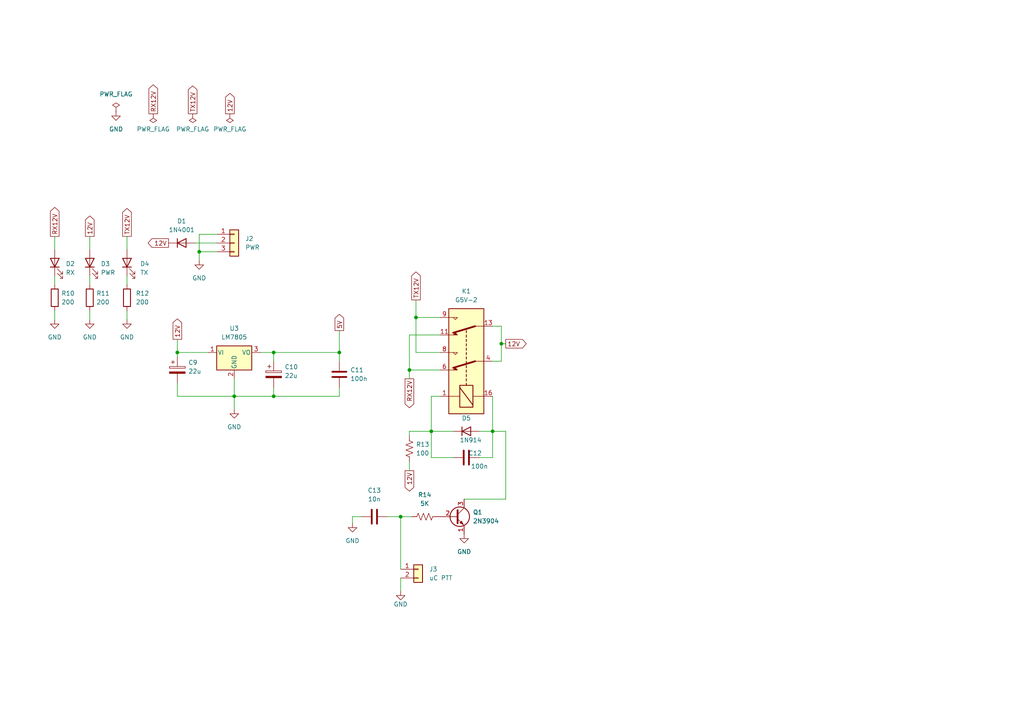
<source format=kicad_sch>
(kicad_sch (version 20211123) (generator eeschema)
  (paper "A4")
  (lib_symbols
    (symbol "Connector_Generic:Conn_01x02" (pin_names (offset 1.016) hide)
      (property "Reference" "J" (at 0 2.54 0))
      (property "Value" "Conn_01x02" (at 0 -5.08 0))
      (symbol "Conn_01x02_1_1"
        (rectangle (start -1.27 -2.413) (end 0 -2.667) (stroke (width 0.1524)))
        (rectangle (start -1.27 0.127) (end 0 -0.127) (stroke (width 0.1524)))
        (rectangle (start -1.27 1.27) (end 1.27 -3.81) (stroke (width 0.254)) (fill (type background)))
        (pin passive line (at -5.08 0 0) (length 3.81) (name "Pin_1") (number "1"))
        (pin passive line (at -5.08 -2.54 0) (length 3.81) (name "Pin_2") (number "2"))
      )
    )
    (symbol "Connector_Generic:Conn_01x03" (pin_names (offset 1.016) hide)
      (property "Reference" "J" (at 0 5.08 0))
      (property "Value" "Conn_01x03" (at 0 -5.08 0))
      (symbol "Conn_01x03_1_1"
        (rectangle (start -1.27 -2.413) (end 0 -2.667) (stroke (width 0.1524)))
        (rectangle (start -1.27 0.127) (end 0 -0.127) (stroke (width 0.1524)))
        (rectangle (start -1.27 2.667) (end 0 2.413) (stroke (width 0.1524)))
        (rectangle (start -1.27 3.81) (end 1.27 -3.81) (stroke (width 0.254)) (fill (type background)))
        (pin passive line (at -5.08 2.54 0) (length 3.81) (name "Pin_1") (number "1"))
        (pin passive line (at -5.08 0 0) (length 3.81) (name "Pin_2") (number "2"))
        (pin passive line (at -5.08 -2.54 0) (length 3.81) (name "Pin_3") (number "3"))
      )
    )
    (symbol "Device:C" (pin_numbers hide) (pin_names (offset 0.254))
      (property "Reference" "C" (at 0.635 2.54 0))
      (property "Value" "C" (at 0.635 -2.54 0))
      (symbol "C_0_1"
        (polyline (pts (xy -2.032 -0.762) (xy 2.032 -0.762)) (stroke (width 0.508)))
        (polyline (pts (xy -2.032 0.762) (xy 2.032 0.762)) (stroke (width 0.508)))
      )
      (symbol "C_1_1"
        (pin passive line (at 0 3.81 270) (length 2.794) (name "~") (number "1"))
        (pin passive line (at 0 -3.81 90) (length 2.794) (name "~") (number "2"))
      )
    )
    (symbol "Device:C_Polarized" (pin_numbers hide) (pin_names (offset 0.254))
      (property "Reference" "C" (at 0.635 2.54 0))
      (property "Value" "C_Polarized" (at 0.635 -2.54 0))
      (symbol "C_Polarized_0_1"
        (rectangle (start -2.286 0.508) (end 2.286 1.016))
        (polyline (pts (xy -1.778 2.286) (xy -0.762 2.286)))
        (polyline (pts (xy -1.27 2.794) (xy -1.27 1.778)))
        (rectangle (start 2.286 -0.508) (end -2.286 -1.016) (fill (type outline)))
      )
      (symbol "C_Polarized_1_1"
        (pin passive line (at 0 3.81 270) (length 2.794) (name "~") (number "1"))
        (pin passive line (at 0 -3.81 90) (length 2.794) (name "~") (number "2"))
      )
    )
    (symbol "Device:LED" (pin_numbers hide) (pin_names (offset 1.016) hide)
      (property "Reference" "D" (at 0 2.54 0))
      (property "Value" "LED" (at 0 -2.54 0))
      (symbol "LED_0_1"
        (polyline (pts (xy -1.27 -1.27) (xy -1.27 1.27)) (stroke (width 0.254)))
        (polyline (pts (xy -1.27 0) (xy 1.27 0)))
        (polyline (pts (xy 1.27 -1.27) (xy 1.27 1.27) (xy -1.27 0) (xy 1.27 -1.27)) (stroke (width 0.254)))
        (polyline (pts (xy -3.048 -0.762) (xy -4.572 -2.286) (xy -3.81 -2.286) (xy -4.572 -2.286) (xy -4.572 -1.524)))
        (polyline (pts (xy -1.778 -0.762) (xy -3.302 -2.286) (xy -2.54 -2.286) (xy -3.302 -2.286) (xy -3.302 -1.524)))
      )
      (symbol "LED_1_1"
        (pin passive line (at -3.81 0 0) (length 2.54) (name "K") (number "1"))
        (pin passive line (at 3.81 0 180) (length 2.54) (name "A") (number "2"))
      )
    )
    (symbol "Device:R" (pin_numbers hide) (pin_names (offset 0))
      (property "Reference" "R" (at 2.032 0 90))
      (property "Value" "R" (at 0 0 90))
      (symbol "R_0_1"
        (rectangle (start -1.016 -2.54) (end 1.016 2.54) (stroke (width 0.254)))
      )
      (symbol "R_1_1"
        (pin passive line (at 0 3.81 270) (length 1.27) (name "~") (number "1"))
        (pin passive line (at 0 -3.81 90) (length 1.27) (name "~") (number "2"))
      )
    )
    (symbol "Device:R_US" (pin_numbers hide) (pin_names (offset 0))
      (property "Reference" "R" (at 2.54 0 90))
      (property "Value" "R_US" (at -2.54 0 90))
      (symbol "R_US_0_1"
        (polyline (pts (xy 0 -2.286) (xy 0 -2.54)))
        (polyline (pts (xy 0 2.286) (xy 0 2.54)))
        (polyline (pts (xy 0 -0.762) (xy 1.016 -1.143) (xy 0 -1.524) (xy -1.016 -1.905) (xy 0 -2.286)))
        (polyline (pts (xy 0 0.762) (xy 1.016 0.381) (xy 0 0) (xy -1.016 -0.381) (xy 0 -0.762)))
        (polyline (pts (xy 0 2.286) (xy 1.016 1.905) (xy 0 1.524) (xy -1.016 1.143) (xy 0 0.762)))
      )
      (symbol "R_US_1_1"
        (pin passive line (at 0 3.81 270) (length 1.27) (name "~") (number "1"))
        (pin passive line (at 0 -3.81 90) (length 1.27) (name "~") (number "2"))
      )
    )
    (symbol "Diode:1N4001" (pin_numbers hide) (pin_names (offset 1.016) hide)
      (property "Reference" "D" (at 0 2.54 0))
      (property "Value" "1N4001" (at 0 -2.54 0))
      (symbol "1N4001_0_1"
        (polyline (pts (xy -1.27 1.27) (xy -1.27 -1.27)) (stroke (width 0.254)))
        (polyline (pts (xy 1.27 0) (xy -1.27 0)))
        (polyline (pts (xy 1.27 1.27) (xy 1.27 -1.27) (xy -1.27 0) (xy 1.27 1.27)) (stroke (width 0.254)))
      )
      (symbol "1N4001_1_1"
        (pin passive line (at -3.81 0 0) (length 2.54) (name "K") (number "1"))
        (pin passive line (at 3.81 0 180) (length 2.54) (name "A") (number "2"))
      )
    )
    (symbol "Diode:1N914" (pin_numbers hide) (pin_names (offset 1.016) hide)
      (property "Reference" "D" (at 0 2.54 0))
      (property "Value" "1N914" (at 0 -2.54 0))
      (symbol "1N914_0_1"
        (polyline (pts (xy -1.27 1.27) (xy -1.27 -1.27)) (stroke (width 0.254)))
        (polyline (pts (xy 1.27 0) (xy -1.27 0)))
        (polyline (pts (xy 1.27 1.27) (xy 1.27 -1.27) (xy -1.27 0) (xy 1.27 1.27)) (stroke (width 0.254)))
      )
      (symbol "1N914_1_1"
        (pin passive line (at -3.81 0 0) (length 2.54) (name "K") (number "1"))
        (pin passive line (at 3.81 0 180) (length 2.54) (name "A") (number "2"))
      )
    )
    (symbol "Regulator_Linear:LM7805_TO220" (pin_names (offset 0.254))
      (property "Reference" "U" (at -3.81 3.175 0))
      (property "Value" "LM7805_TO220" (at 0 3.175 0))
      (symbol "LM7805_TO220_0_1"
        (rectangle (start -5.08 1.905) (end 5.08 -5.08) (stroke (width 0.254)) (fill (type background)))
      )
      (symbol "LM7805_TO220_1_1"
        (pin power_in line (at -7.62 0 0) (length 2.54) (name "VI") (number "1"))
        (pin power_in line (at 0 -7.62 90) (length 2.54) (name "GND") (number "2"))
        (pin power_out line (at 7.62 0 180) (length 2.54) (name "VO") (number "3"))
      )
    )
    (symbol "Relay:G5V-2"
      (property "Reference" "K" (at 16.51 3.81 0))
      (property "Value" "G5V-2" (at 16.51 1.27 0))
      (symbol "G5V-2_0_1"
        (rectangle (start -15.24 5.08) (end 15.24 -5.08) (stroke (width 0.254)) (fill (type background)))
        (rectangle (start -13.335 1.905) (end -6.985 -1.905) (stroke (width 0.254)))
        (polyline (pts (xy -12.7 -1.905) (xy -7.62 1.905)) (stroke (width 0.254)))
        (polyline (pts (xy -10.16 -5.08) (xy -10.16 -1.905)))
        (polyline (pts (xy -10.16 5.08) (xy -10.16 1.905)))
        (polyline (pts (xy -6.985 0) (xy -6.35 0)) (stroke (width 0.254)))
        (polyline (pts (xy -5.715 0) (xy -5.08 0)) (stroke (width 0.254)))
        (polyline (pts (xy -4.445 0) (xy -3.81 0)) (stroke (width 0.254)))
        (polyline (pts (xy -3.175 0) (xy -2.54 0)) (stroke (width 0.254)))
        (polyline (pts (xy -1.905 0) (xy -1.27 0)) (stroke (width 0.254)))
        (polyline (pts (xy -0.635 0) (xy 0 0)) (stroke (width 0.254)))
        (polyline (pts (xy 0 -2.54) (xy -1.905 3.81)) (stroke (width 0.508)))
        (polyline (pts (xy 0 -2.54) (xy 0 -5.08)))
        (polyline (pts (xy 0.635 0) (xy 1.27 0)) (stroke (width 0.254)))
        (polyline (pts (xy 1.905 0) (xy 2.54 0)) (stroke (width 0.254)))
        (polyline (pts (xy 3.175 0) (xy 3.81 0)) (stroke (width 0.254)))
        (polyline (pts (xy 4.445 0) (xy 5.08 0)) (stroke (width 0.254)))
        (polyline (pts (xy 5.715 0) (xy 6.35 0)) (stroke (width 0.254)))
        (polyline (pts (xy 6.985 0) (xy 7.62 0)) (stroke (width 0.254)))
        (polyline (pts (xy 8.255 0) (xy 8.89 0)) (stroke (width 0.254)))
        (polyline (pts (xy 10.16 -2.54) (xy 8.255 3.81)) (stroke (width 0.508)))
        (polyline (pts (xy 10.16 -2.54) (xy 10.16 -5.08)))
        (polyline (pts (xy -2.54 5.08) (xy -2.54 2.54) (xy -1.905 3.175) (xy -2.54 3.81)) (fill (type outline)))
        (polyline (pts (xy 2.54 5.08) (xy 2.54 2.54) (xy 1.905 3.175) (xy 2.54 3.81)))
        (polyline (pts (xy 7.62 5.08) (xy 7.62 2.54) (xy 8.255 3.175) (xy 7.62 3.81)) (fill (type outline)))
        (polyline (pts (xy 12.7 5.08) (xy 12.7 2.54) (xy 12.065 3.175) (xy 12.7 3.81)))
      )
      (symbol "G5V-2_1_1"
        (pin passive line (at -10.16 7.62 270) (length 2.54) (name "~") (number "1"))
        (pin passive line (at 7.62 7.62 270) (length 2.54) (name "~") (number "11"))
        (pin passive line (at 10.16 -7.62 90) (length 2.54) (name "~") (number "13"))
        (pin passive line (at -10.16 -7.62 90) (length 2.54) (name "~") (number "16"))
        (pin passive line (at 0 -7.62 90) (length 2.54) (name "~") (number "4"))
        (pin passive line (at -2.54 7.62 270) (length 2.54) (name "~") (number "6"))
        (pin passive line (at 2.54 7.62 270) (length 2.54) (name "~") (number "8"))
        (pin passive line (at 12.7 7.62 270) (length 2.54) (name "~") (number "9"))
      )
    )
    (symbol "Transistor_BJT:2N3904" (pin_names (offset 0) hide)
      (property "Reference" "Q" (at 5.08 1.905 0))
      (property "Value" "2N3904" (at 5.08 0 0))
      (symbol "2N3904_0_1"
        (polyline (pts (xy 0.635 0.635) (xy 2.54 2.54)))
        (polyline (pts (xy 0.635 -0.635) (xy 2.54 -2.54) (xy 2.54 -2.54)))
        (polyline (pts (xy 0.635 1.905) (xy 0.635 -1.905) (xy 0.635 -1.905)) (stroke (width 0.508)))
        (polyline (pts (xy 1.27 -1.778) (xy 1.778 -1.27) (xy 2.286 -2.286) (xy 1.27 -1.778) (xy 1.27 -1.778)) (fill (type outline)))
        (circle (center 1.27 0) (radius 2.8194) (stroke (width 0.254)))
      )
      (symbol "2N3904_1_1"
        (pin passive line (at 2.54 -5.08 90) (length 2.54) (name "E") (number "1"))
        (pin passive line (at -5.08 0 0) (length 5.715) (name "B") (number "2"))
        (pin passive line (at 2.54 5.08 270) (length 2.54) (name "C") (number "3"))
      )
    )
    (symbol "power:GND" (power) (pin_names (offset 0))
      (property "Value" "GND" (at 0 -3.81 0))
      (symbol "GND_0_1"
        (polyline (pts (xy 0 0) (xy 0 -1.27) (xy 1.27 -1.27) (xy 0 -2.54) (xy -1.27 -1.27) (xy 0 -1.27)))
      )
      (symbol "GND_1_1"
        (pin power_in line (at 0 0 270) (length 0) hide (name "GND") (number "1"))
      )
    )
    (symbol "power:PWR_FLAG" (power) (pin_numbers hide) (pin_names (offset 0) hide)
      (property "Value" "PWR_FLAG" (at 0 3.81 0))
      (symbol "PWR_FLAG_0_0"
        (pin power_out line (at 0 0 90) (length 0) (name "pwr") (number "1"))
      )
      (symbol "PWR_FLAG_0_1"
        (polyline (pts (xy 0 0) (xy 0 1.27) (xy -1.016 1.905) (xy 0 2.54) (xy 1.016 1.905) (xy 0 1.27)))
      )
    )
  )
  (junction (at 125.095 125.095))
  (junction (at 142.875 125.095))
  (junction (at 79.375 102.235))
  (junction (at 67.945 114.935))
  (junction (at 145.415 99.695))
  (junction (at 57.785 73.025))
  (junction (at 120.65 92.075))
  (junction (at 116.205 149.86))
  (junction (at 51.435 102.235))
  (junction (at 98.425 102.235))
  (junction (at 79.375 114.935))
  (junction (at 118.745 107.315))
  (wire (pts (xy 119.38 149.86) (xy 116.205 149.86)))
  (wire (pts (xy 67.945 114.935) (xy 67.945 109.855)))
  (wire (pts (xy 112.395 149.86) (xy 116.205 149.86)))
  (wire (pts (xy 62.865 67.945) (xy 57.785 67.945)))
  (wire (pts (xy 118.745 125.095) (xy 118.745 126.365)))
  (wire (pts (xy 67.945 114.935) (xy 51.435 114.935)))
  (wire (pts (xy 36.83 90.17) (xy 36.83 92.71)))
  (wire (pts (xy 118.745 107.315) (xy 118.745 109.855)))
  (wire (pts (xy 125.095 132.715) (xy 131.445 132.715)))
  (wire (pts (xy 145.415 99.695) (xy 145.415 104.775)))
  (wire (pts (xy 118.745 133.985) (xy 118.745 136.525)))
  (wire (pts (xy 56.515 70.485) (xy 62.865 70.485)))
  (wire (pts (xy 51.435 102.235) (xy 51.435 103.505)))
  (wire (pts (xy 127.635 102.235) (xy 120.65 102.235)))
  (wire (pts (xy 98.425 114.935) (xy 79.375 114.935)))
  (wire (pts (xy 127.635 114.935) (xy 125.095 114.935)))
  (wire (pts (xy 15.875 80.01) (xy 15.875 82.55)))
  (wire (pts (xy 15.875 68.58) (xy 15.875 72.39)))
  (wire (pts (xy 146.685 125.095) (xy 146.685 144.78)))
  (wire (pts (xy 116.205 167.64) (xy 116.205 171.45)))
  (wire (pts (xy 125.095 125.095) (xy 118.745 125.095)))
  (wire (pts (xy 98.425 95.885) (xy 98.425 102.235)))
  (wire (pts (xy 118.745 97.155) (xy 118.745 107.315)))
  (wire (pts (xy 26.035 80.01) (xy 26.035 82.55)))
  (wire (pts (xy 120.65 92.075) (xy 120.65 86.995)))
  (wire (pts (xy 139.065 125.095) (xy 142.875 125.095)))
  (wire (pts (xy 79.375 102.235) (xy 79.375 104.775)))
  (wire (pts (xy 139.065 132.715) (xy 142.875 132.715)))
  (wire (pts (xy 127.635 97.155) (xy 118.745 97.155)))
  (wire (pts (xy 142.875 104.775) (xy 145.415 104.775)))
  (wire (pts (xy 120.65 92.075) (xy 127.635 92.075)))
  (wire (pts (xy 26.035 68.58) (xy 26.035 72.39)))
  (wire (pts (xy 79.375 114.935) (xy 67.945 114.935)))
  (wire (pts (xy 60.325 102.235) (xy 51.435 102.235)))
  (wire (pts (xy 15.875 90.17) (xy 15.875 92.71)))
  (wire (pts (xy 120.65 102.235) (xy 120.65 92.075)))
  (wire (pts (xy 51.435 111.125) (xy 51.435 114.935)))
  (wire (pts (xy 98.425 112.395) (xy 98.425 114.935)))
  (wire (pts (xy 142.875 125.095) (xy 142.875 132.715)))
  (wire (pts (xy 125.095 114.935) (xy 125.095 125.095)))
  (wire (pts (xy 145.415 94.615) (xy 145.415 99.695)))
  (wire (pts (xy 51.435 98.425) (xy 51.435 102.235)))
  (wire (pts (xy 142.875 125.095) (xy 146.685 125.095)))
  (wire (pts (xy 36.83 80.01) (xy 36.83 82.55)))
  (wire (pts (xy 125.095 125.095) (xy 131.445 125.095)))
  (wire (pts (xy 79.375 112.395) (xy 79.375 114.935)))
  (wire (pts (xy 104.775 149.86) (xy 102.235 149.86)))
  (wire (pts (xy 26.035 90.17) (xy 26.035 92.71)))
  (wire (pts (xy 146.685 99.695) (xy 145.415 99.695)))
  (wire (pts (xy 36.83 68.58) (xy 36.83 72.39)))
  (wire (pts (xy 142.875 94.615) (xy 145.415 94.615)))
  (wire (pts (xy 57.785 67.945) (xy 57.785 73.025)))
  (wire (pts (xy 116.205 149.86) (xy 116.205 165.1)))
  (wire (pts (xy 142.875 114.935) (xy 142.875 125.095)))
  (wire (pts (xy 127.635 107.315) (xy 118.745 107.315)))
  (wire (pts (xy 125.095 125.095) (xy 125.095 132.715)))
  (wire (pts (xy 146.685 144.78) (xy 134.62 144.78)))
  (wire (pts (xy 98.425 102.235) (xy 98.425 104.775)))
  (wire (pts (xy 79.375 102.235) (xy 98.425 102.235)))
  (wire (pts (xy 57.785 73.025) (xy 62.865 73.025)))
  (wire (pts (xy 102.235 149.86) (xy 102.235 151.765)))
  (wire (pts (xy 75.565 102.235) (xy 79.375 102.235)))
  (wire (pts (xy 67.945 114.935) (xy 67.945 118.745)))
  (wire (pts (xy 57.785 73.025) (xy 57.785 75.565)))
  (global_label "RX12V" (shape output) (at 118.745 109.855 270) (property "Intersheet References" "${INTERSHEET_REFS}" (effects hide)))
  (global_label "TX12V" (shape output) (at 120.65 86.995 90) (property "Intersheet References" "${INTERSHEET_REFS}" (effects hide)))
  (global_label "TX12V" (shape output) (at 36.83 68.58 90) (property "Intersheet References" "${INTERSHEET_REFS}" (effects hide)))
  (global_label "12V" (shape output) (at 146.685 99.695 0) (property "Intersheet References" "${INTERSHEET_REFS}" (effects hide)))
  (global_label "12V" (shape output) (at 48.895 70.485 180) (property "Intersheet References" "${INTERSHEET_REFS}" (effects hide)))
  (global_label "12V" (shape output) (at 26.035 68.58 90) (property "Intersheet References" "${INTERSHEET_REFS}" (effects hide)))
  (global_label "TX12V" (shape output) (at 55.88 33.02 90) (property "Intersheet References" "${INTERSHEET_REFS}" (effects hide)))
  (global_label "RX12V" (shape output) (at 15.875 68.58 90) (property "Intersheet References" "${INTERSHEET_REFS}" (effects hide)))
  (global_label "12V" (shape output) (at 51.435 98.425 90) (property "Intersheet References" "${INTERSHEET_REFS}" (effects hide)))
  (global_label "12V" (shape output) (at 66.675 33.02 90) (property "Intersheet References" "${INTERSHEET_REFS}" (effects hide)))
  (global_label "12V" (shape output) (at 118.745 136.525 270) (property "Intersheet References" "${INTERSHEET_REFS}" (effects hide)))
  (global_label "RX12V" (shape output) (at 44.45 33.02 90) (property "Intersheet References" "${INTERSHEET_REFS}" (effects hide)))
  (global_label "5V" (shape output) (at 98.425 95.885 90) (property "Intersheet References" "${INTERSHEET_REFS}" (effects hide)))
  (symbol (lib_id "Relay:G5V-2") (at 135.255 104.775 90) (unit 1)
    (property "Reference" "K1" (at 135.255 84.455 90))
    (property "Value" "G5V-2" (at 135.255 86.995 90))
    (property "Footprint" "Relay_THT:Relay_DPDT_Omron_G5V-2" (effects hide))
    (property "Datasheet" "http://omronfs.omron.com/en_US/ecb/products/pdf/en-g5v_2.pdf" (effects hide))
  )
  (symbol (lib_id "Device:LED") (at 26.035 76.2 90) (unit 1)
    (property "Reference" "D3" (at 29.21 76.5174 90) (effects (justify right)))
    (property "Value" "PWR" (at 29.21 79.0574 90) (effects (justify right)))
    (property "Footprint" "LED_THT:LED_D3.0mm" (effects hide))
  )
  (symbol (lib_id "power:GND") (at 15.875 92.71 0) (unit 1)
    (property "Reference" "#PWR010" (effects hide))
    (property "Value" "GND" (at 15.875 97.79 0))
  )
  (symbol (lib_id "power:PWR_FLAG") (at 33.655 32.385 0) (unit 1)
    (property "Reference" "#FLG02" (effects hide))
    (property "Value" "PWR_FLAG" (at 33.655 27.305 0))
  )
  (symbol (lib_id "Device:R_US") (at 118.745 130.175 0) (unit 1)
    (property "Reference" "R13" (at 120.65 128.9049 0) (effects (justify left)))
    (property "Value" "100" (at 120.65 131.4449 0) (effects (justify left)))
    (property "Footprint" "Resistor_SMD:R_1206_3216Metric" (effects hide))
  )
  (symbol (lib_id "power:GND") (at 57.785 75.565 0) (unit 1)
    (property "Reference" "#PWR09" (effects hide))
    (property "Value" "GND" (at 57.785 80.645 0))
  )
  (symbol (lib_id "Device:C") (at 135.255 132.715 90) (unit 1)
    (property "Reference" "C12" (at 137.795 131.445 90))
    (property "Value" "100n" (at 139.065 135.255 90))
    (property "Footprint" "Capacitor_SMD:C_1206_3216Metric" (effects hide))
  )
  (symbol (lib_id "Device:C_Polarized") (at 51.435 107.315 0) (unit 1)
    (property "Reference" "C9" (at 54.61 105.1559 0) (effects (justify left)))
    (property "Value" "22u" (at 54.61 107.6959 0) (effects (justify left)))
    (property "Footprint" "Capacitor_THT:CP_Radial_D8.0mm_P2.50mm" (effects hide))
  )
  (symbol (lib_id "power:GND") (at 102.235 151.765 0) (unit 1)
    (property "Reference" "#PWR014" (effects hide))
    (property "Value" "GND" (at 102.235 156.845 0))
  )
  (symbol (lib_id "Device:R") (at 36.83 86.36 0) (unit 1)
    (property "Reference" "R12" (at 39.37 85.0899 0) (effects (justify left)))
    (property "Value" "200" (at 39.37 87.6299 0) (effects (justify left)))
    (property "Footprint" "Resistor_SMD:R_1206_3216Metric" (effects hide))
  )
  (symbol (lib_id "power:GND") (at 33.655 32.385 0) (unit 1)
    (property "Reference" "#PWR08" (effects hide))
    (property "Value" "GND" (at 33.655 37.465 0))
  )
  (symbol (lib_id "power:GND") (at 116.205 171.45 0) (unit 1)
    (property "Reference" "#PWR016" (effects hide))
    (property "Value" "GND" (at 116.205 175.26 0))
  )
  (symbol (lib_id "power:PWR_FLAG") (at 55.88 33.02 180) (unit 1)
    (property "Reference" "#FLG04" (effects hide))
    (property "Value" "PWR_FLAG" (at 55.88 37.465 0))
  )
  (symbol (lib_id "Connector_Generic:Conn_01x02") (at 121.285 165.1 0) (unit 1)
    (property "Reference" "J3" (at 124.46 165.0999 0) (effects (justify left)))
    (property "Value" "uC PTT" (at 124.46 167.6399 0) (effects (justify left)))
    (property "Footprint" "Connector_PinHeader_2.54mm:PinHeader_1x02_P2.54mm_Vertical" (effects hide))
  )
  (symbol (lib_id "Device:C_Polarized") (at 79.375 108.585 0) (unit 1)
    (property "Reference" "C10" (at 82.55 106.4259 0) (effects (justify left)))
    (property "Value" "22u" (at 82.55 108.9659 0) (effects (justify left)))
    (property "Footprint" "Capacitor_THT:CP_Radial_D8.0mm_P2.50mm" (effects hide))
  )
  (symbol (lib_id "Device:R") (at 15.875 86.36 0) (unit 1)
    (property "Reference" "R10" (at 17.78 85.0899 0) (effects (justify left)))
    (property "Value" "200" (at 17.78 87.6299 0) (effects (justify left)))
    (property "Footprint" "Resistor_SMD:R_1206_3216Metric" (effects hide))
  )
  (symbol (lib_id "power:GND") (at 36.83 92.71 0) (unit 1)
    (property "Reference" "#PWR012" (effects hide))
    (property "Value" "GND" (at 36.83 97.79 0))
  )
  (symbol (lib_id "Device:LED") (at 36.83 76.2 90) (unit 1)
    (property "Reference" "D4" (at 40.64 76.5174 90) (effects (justify right)))
    (property "Value" "TX" (at 40.64 79.0574 90) (effects (justify right)))
    (property "Footprint" "LED_THT:LED_D3.0mm" (effects hide))
  )
  (symbol (lib_id "Device:R_US") (at 123.19 149.86 270) (unit 1)
    (property "Reference" "R14" (at 123.19 143.51 90))
    (property "Value" "5K" (at 123.19 146.05 90))
    (property "Footprint" "Resistor_SMD:R_1206_3216Metric" (effects hide))
  )
  (symbol (lib_id "Device:R") (at 26.035 86.36 0) (unit 1)
    (property "Reference" "R11" (at 27.94 85.0899 0) (effects (justify left)))
    (property "Value" "200" (at 27.94 87.6299 0) (effects (justify left)))
    (property "Footprint" "Resistor_SMD:R_1206_3216Metric" (effects hide))
  )
  (symbol (lib_id "Device:C") (at 108.585 149.86 90) (unit 1)
    (property "Reference" "C13" (at 108.585 142.24 90))
    (property "Value" "10n" (at 108.585 144.78 90))
    (property "Footprint" "Capacitor_SMD:C_1206_3216Metric" (effects hide))
  )
  (symbol (lib_id "power:PWR_FLAG") (at 66.675 33.02 180) (unit 1)
    (property "Reference" "#FLG05" (effects hide))
    (property "Value" "PWR_FLAG" (at 66.675 37.465 0))
  )
  (symbol (lib_id "Regulator_Linear:LM7805_TO220") (at 67.945 102.235 0) (unit 1)
    (property "Reference" "U3" (at 67.945 95.25 0))
    (property "Value" "LM7805" (at 67.945 97.79 0))
    (property "Footprint" "Package_TO_SOT_THT:TO-220-3_Vertical" (effects hide))
    (property "Datasheet" "https://www.onsemi.cn/PowerSolutions/document/MC7800-D.PDF" (effects hide))
  )
  (symbol (lib_id "Connector_Generic:Conn_01x03") (at 67.945 70.485 0) (unit 1)
    (property "Reference" "J2" (at 71.12 69.2149 0) (effects (justify left)))
    (property "Value" "PWR" (at 71.12 71.7549 0) (effects (justify left)))
    (property "Footprint" "Connector_PinHeader_2.54mm:PinHeader_1x03_P2.54mm_Vertical" (effects hide))
  )
  (symbol (lib_id "power:PWR_FLAG") (at 44.45 33.02 180) (unit 1)
    (property "Reference" "#FLG03" (effects hide))
    (property "Value" "PWR_FLAG" (at 44.45 37.465 0))
  )
  (symbol (lib_id "power:GND") (at 134.62 154.94 0) (unit 1)
    (property "Reference" "#PWR015" (effects hide))
    (property "Value" "GND" (at 134.62 160.02 0))
  )
  (symbol (lib_id "Diode:1N914") (at 135.255 125.095 0) (unit 1)
    (property "Reference" "D5" (at 135.255 121.285 0))
    (property "Value" "1N914" (at 136.525 127.635 0))
    (property "Footprint" "Diode_THT:D_DO-35_SOD27_P7.62mm_Horizontal" (effects hide))
    (property "Datasheet" "http://www.vishay.com/docs/85622/1n914.pdf" (effects hide))
  )
  (symbol (lib_id "power:GND") (at 67.945 118.745 0) (unit 1)
    (property "Reference" "#PWR013" (effects hide))
    (property "Value" "GND" (at 67.945 123.825 0))
  )
  (symbol (lib_id "power:GND") (at 26.035 92.71 0) (unit 1)
    (property "Reference" "#PWR011" (effects hide))
    (property "Value" "GND" (at 26.035 97.79 0))
  )
  (symbol (lib_id "Device:C") (at 98.425 108.585 0) (unit 1)
    (property "Reference" "C11" (at 101.6 107.3149 0) (effects (justify left)))
    (property "Value" "100n" (at 101.6 109.8549 0) (effects (justify left)))
    (property "Footprint" "Capacitor_SMD:C_1206_3216Metric" (effects hide))
  )
  (symbol (lib_id "Diode:1N4001") (at 52.705 70.485 0) (unit 1)
    (property "Reference" "D1" (at 52.705 64.135 0))
    (property "Value" "1N4001" (at 52.705 66.675 0))
    (property "Footprint" "Diode_THT:D_DO-41_SOD81_P10.16mm_Horizontal" (effects hide))
    (property "Datasheet" "http://www.vishay.com/docs/88503/1n4001.pdf" (effects hide))
  )
  (symbol (lib_id "Transistor_BJT:2N3904") (at 132.08 149.86 0) (unit 1)
    (property "Reference" "Q1" (at 137.16 148.5899 0) (effects (justify left)))
    (property "Value" "2N3904" (at 137.16 151.1299 0) (effects (justify left)))
    (property "Footprint" "Package_TO_SOT_THT:TO-92_Inline" (effects hide))
    (property "Datasheet" "https://www.onsemi.com/pub/Collateral/2N3903-D.PDF" (effects hide))
  )
  (symbol (lib_id "Device:LED") (at 15.875 76.2 90) (unit 1)
    (property "Reference" "D2" (at 19.05 76.5174 90) (effects (justify right)))
    (property "Value" "RX" (at 19.05 79.0574 90) (effects (justify right)))
    (property "Footprint" "LED_THT:LED_D3.0mm" (effects hide))
  )
)
</source>
